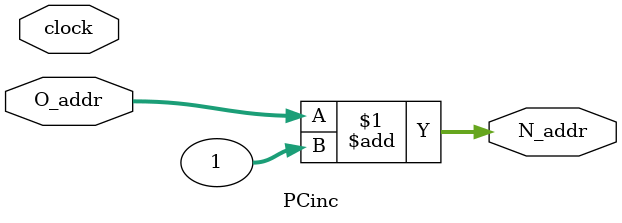
<source format=sv>
module PCinc(
	input clock,
	input [31:0] O_addr,
	output [31:0] N_addr
);

assign N_addr = O_addr + 1;

endmodule

</source>
